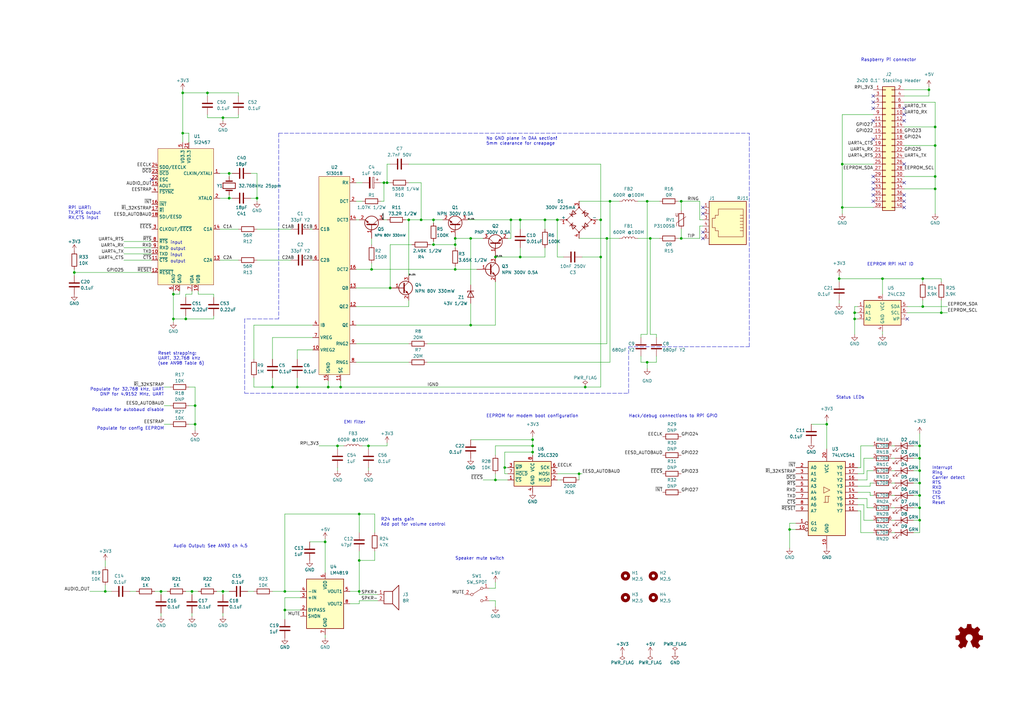
<source format=kicad_sch>
(kicad_sch (version 20211123) (generator eeschema)
  (paper "A3")
  (title_block (title "Shodytel Model 1337 Telephone Interface") (date "2022-05-09") (rev "A") (company "©2022 Adrian Studer") (comment 1 "Licensed under CERN-OHL-P-2.0") (comment 2 "github.com/astuder/ModemHAT"))
  (junction (at 377.19 203.2))
  (junction (at 377.19 213.36))
  (junction (at 76.2 130.81))
  (junction (at 378.46 125.73))
  (junction (at 151.13 182.88))
  (junction (at 177.8 90.17))
  (junction (at 30.48 111.76))
  (junction (at 134.62 158.75))
  (junction (at 203.2 105.41))
  (junction (at 218.44 180.34))
  (junction (at 361.95 114.3))
  (junction (at 213.36 90.17))
  (junction (at 91.44 48.26))
  (junction (at 80.01 173.99))
  (junction (at 207.01 191.77))
  (junction (at 147.32 229.87))
  (junction (at 93.98 81.28))
  (junction (at 266.7 97.79))
  (junction (at 186.69 97.79))
  (junction (at 121.92 158.75))
  (junction (at 350.52 130.81))
  (junction (at 138.43 182.88))
  (junction (at 105.41 81.28))
  (junction (at 350.52 128.27))
  (junction (at 116.84 250.19))
  (junction (at 345.44 67.31))
  (junction (at 265.43 82.55))
  (junction (at 160.02 118.11))
  (junction (at 386.08 128.27))
  (junction (at 85.09 38.1))
  (junction (at 377.19 182.88))
  (junction (at 193.04 97.79))
  (junction (at 158.75 74.93))
  (junction (at 78.74 242.57))
  (junction (at 116.84 242.57))
  (junction (at 339.09 173.99))
  (junction (at 43.18 242.57))
  (junction (at 377.19 187.96))
  (junction (at 213.36 105.41))
  (junction (at 167.64 90.17))
  (junction (at 279.4 82.55))
  (junction (at 250.19 82.55))
  (junction (at 246.38 105.41))
  (junction (at 186.69 110.49))
  (junction (at 345.44 85.09))
  (junction (at 228.6 90.17))
  (junction (at 246.38 90.17))
  (junction (at 203.2 196.85))
  (junction (at 377.19 193.04))
  (junction (at 248.92 97.79))
  (junction (at 147.32 242.57))
  (junction (at 240.03 158.75))
  (junction (at 186.69 100.33))
  (junction (at 383.54 77.47))
  (junction (at 74.93 38.1))
  (junction (at 323.85 217.17))
  (junction (at 377.19 208.28))
  (junction (at 66.04 242.57))
  (junction (at 383.54 59.69))
  (junction (at 133.35 222.25))
  (junction (at 139.7 158.75))
  (junction (at 193.04 133.35))
  (junction (at 71.12 120.65))
  (junction (at 381 36.83))
  (junction (at 344.17 114.3))
  (junction (at 383.54 72.39))
  (junction (at 218.44 185.42))
  (junction (at 378.46 114.3))
  (junction (at 218.44 182.88))
  (junction (at 74.93 54.61))
  (junction (at 93.98 71.12))
  (junction (at 265.43 148.59))
  (junction (at 157.48 74.93))
  (junction (at 147.32 210.82))
  (junction (at 172.72 90.17))
  (junction (at 377.19 198.12))
  (junction (at 383.54 52.07))
  (junction (at 91.44 242.57))
  (junction (at 80.01 166.37))
  (junction (at 152.4 110.49))
  (junction (at 71.12 130.81))
  (junction (at 177.8 100.33))
  (junction (at 223.52 90.17))
  (junction (at 209.55 90.17))
  (junction (at 111.76 158.75))
  (junction (at 279.4 97.79))
  (junction (at 237.49 194.31))
  (no_connect (at 62.23 73.66))
  (no_connect (at 288.29 85.09))
  (no_connect (at 288.29 87.63))
  (no_connect (at 288.29 95.25))
  (no_connect (at 288.29 97.79))
  (no_connect (at 372.11 130.81))
  (no_connect (at 358.14 49.53))
  (no_connect (at 358.14 41.91))
  (no_connect (at 358.14 39.37))
  (no_connect (at 358.14 44.45))
  (no_connect (at 358.14 57.15))
  (no_connect (at 370.84 49.53))
  (no_connect (at 370.84 46.99))
  (no_connect (at 370.84 44.45))
  (no_connect (at 370.84 67.31))
  (no_connect (at 370.84 74.93))
  (no_connect (at 358.14 77.47))
  (no_connect (at 358.14 74.93))
  (no_connect (at 358.14 72.39))
  (no_connect (at 370.84 80.01))
  (no_connect (at 370.84 82.55))
  (no_connect (at 370.84 85.09))
  (no_connect (at 358.14 82.55))
  (no_connect (at 358.14 80.01))
  (wire (pts (xy 350.52 125.73) (xy 351.79 125.73)))
  (wire (pts (xy 323.85 217.17) (xy 323.85 224.79)))
  (wire (pts (xy 279.4 82.55) (xy 287.02 82.55)))
  (wire (pts (xy 157.48 74.93) (xy 156.21 74.93)))
  (wire (pts (xy 237.49 82.55) (xy 250.19 82.55)))
  (wire (pts (xy 365.76 213.36) (xy 367.03 213.36)))
  (wire (pts (xy 186.69 110.49) (xy 195.58 110.49)))
  (wire (pts (xy 123.19 250.19) (xy 116.84 250.19)))
  (wire (pts (xy 81.28 119.38) (xy 81.28 120.65)))
  (wire (pts (xy 265.43 82.55) (xy 265.43 137.16)))
  (wire (pts (xy 354.33 213.36) (xy 358.14 213.36)))
  (wire (pts (xy 177.8 100.33) (xy 186.69 100.33)))
  (wire (pts (xy 76.2 130.81) (xy 71.12 130.81)))
  (wire (pts (xy 172.72 74.93) (xy 172.72 90.17)))
  (wire (pts (xy 386.08 128.27) (xy 386.08 123.19)))
  (wire (pts (xy 350.52 130.81) (xy 350.52 128.27)))
  (wire (pts (xy 208.28 191.77) (xy 207.01 191.77)))
  (wire (pts (xy 355.6 208.28) (xy 358.14 208.28)))
  (wire (pts (xy 80.01 166.37) (xy 80.01 173.99)))
  (wire (pts (xy 370.84 39.37) (xy 381 39.37)))
  (wire (pts (xy 365.76 208.28) (xy 367.03 208.28)))
  (wire (pts (xy 203.2 182.88) (xy 218.44 182.88)))
  (wire (pts (xy 213.36 90.17) (xy 223.52 90.17)))
  (wire (pts (xy 370.84 72.39) (xy 383.54 72.39)))
  (wire (pts (xy 351.79 191.77) (xy 353.06 191.77)))
  (wire (pts (xy 377.19 198.12) (xy 377.19 203.2)))
  (wire (pts (xy 351.79 194.31) (xy 354.33 194.31)))
  (wire (pts (xy 121.92 154.94) (xy 121.92 158.75)))
  (wire (pts (xy 116.84 245.11) (xy 116.84 250.19)))
  (wire (pts (xy 345.44 67.31) (xy 345.44 46.99)))
  (wire (pts (xy 228.6 196.85) (xy 229.87 196.85)))
  (wire (pts (xy 248.92 140.97) (xy 175.26 140.97)))
  (wire (pts (xy 246.38 67.31) (xy 246.38 90.17)))
  (wire (pts (xy 67.31 166.37) (xy 69.85 166.37)))
  (wire (pts (xy 200.66 246.38) (xy 203.2 246.38)))
  (wire (pts (xy 93.98 81.28) (xy 95.25 81.28)))
  (wire (pts (xy 250.19 82.55) (xy 250.19 148.59)))
  (wire (pts (xy 76.2 242.57) (xy 78.74 242.57)))
  (wire (pts (xy 90.17 71.12) (xy 93.98 71.12)))
  (wire (pts (xy 91.44 242.57) (xy 93.98 242.57)))
  (wire (pts (xy 50.8 101.6) (xy 62.23 101.6)))
  (wire (pts (xy 76.2 129.54) (xy 76.2 130.81)))
  (wire (pts (xy 374.65 187.96) (xy 377.19 187.96)))
  (wire (pts (xy 203.2 115.57) (xy 203.2 133.35)))
  (wire (pts (xy 246.38 105.41) (xy 246.38 158.75)))
  (wire (pts (xy 356.87 199.39) (xy 356.87 198.12)))
  (wire (pts (xy 351.79 199.39) (xy 356.87 199.39)))
  (wire (pts (xy 209.55 90.17) (xy 213.36 90.17)))
  (wire (pts (xy 350.52 128.27) (xy 350.52 125.73)))
  (wire (pts (xy 93.98 71.12) (xy 93.98 72.39)))
  (wire (pts (xy 228.6 90.17) (xy 229.87 90.17)))
  (wire (pts (xy 250.19 82.55) (xy 254 82.55)))
  (wire (pts (xy 138.43 182.88) (xy 130.81 182.88)))
  (wire (pts (xy 207.01 194.31) (xy 207.01 191.77)))
  (wire (pts (xy 228.6 194.31) (xy 237.49 194.31)))
  (wire (pts (xy 116.84 210.82) (xy 116.84 242.57)))
  (polyline (pts (xy 257.81 161.29) (xy 257.81 142.24)))
  (wire (pts (xy 355.6 196.85) (xy 355.6 193.04)))
  (wire (pts (xy 153.67 226.06) (xy 153.67 229.87)))
  (wire (pts (xy 223.52 90.17) (xy 223.52 93.98)))
  (wire (pts (xy 30.48 111.76) (xy 62.23 111.76)))
  (wire (pts (xy 386.08 114.3) (xy 378.46 114.3)))
  (wire (pts (xy 213.36 101.6) (xy 213.36 105.41)))
  (wire (pts (xy 133.35 222.25) (xy 133.35 234.95)))
  (wire (pts (xy 279.4 97.79) (xy 287.02 97.79)))
  (wire (pts (xy 377.19 213.36) (xy 377.19 218.44)))
  (wire (pts (xy 50.8 99.06) (xy 62.23 99.06)))
  (wire (pts (xy 278.13 82.55) (xy 279.4 82.55)))
  (wire (pts (xy 323.85 214.63) (xy 323.85 217.17)))
  (wire (pts (xy 354.33 187.96) (xy 358.14 187.96)))
  (wire (pts (xy 246.38 158.75) (xy 240.03 158.75)))
  (wire (pts (xy 377.19 177.8) (xy 377.19 182.88)))
  (wire (pts (xy 383.54 41.91) (xy 383.54 52.07)))
  (wire (pts (xy 269.24 137.16) (xy 269.24 138.43)))
  (wire (pts (xy 78.74 242.57) (xy 81.28 242.57)))
  (wire (pts (xy 351.79 209.55) (xy 353.06 209.55)))
  (wire (pts (xy 90.17 93.98) (xy 97.79 93.98)))
  (wire (pts (xy 104.14 147.32) (xy 104.14 133.35)))
  (wire (pts (xy 147.32 247.65) (xy 147.32 246.38)))
  (wire (pts (xy 351.79 196.85) (xy 355.6 196.85)))
  (wire (pts (xy 193.04 97.79) (xy 198.12 97.79)))
  (wire (pts (xy 121.92 143.51) (xy 128.27 143.51)))
  (wire (pts (xy 88.9 242.57) (xy 91.44 242.57)))
  (wire (pts (xy 53.34 242.57) (xy 55.88 242.57)))
  (wire (pts (xy 139.7 158.75) (xy 139.7 156.21)))
  (wire (pts (xy 151.13 182.88) (xy 151.13 184.15)))
  (wire (pts (xy 355.6 193.04) (xy 358.14 193.04)))
  (wire (pts (xy 87.63 120.65) (xy 87.63 121.92)))
  (wire (pts (xy 339.09 173.99) (xy 339.09 172.72)))
  (wire (pts (xy 146.05 74.93) (xy 148.59 74.93)))
  (wire (pts (xy 377.19 203.2) (xy 377.19 208.28)))
  (wire (pts (xy 374.65 198.12) (xy 377.19 198.12)))
  (wire (pts (xy 81.28 120.65) (xy 87.63 120.65)))
  (wire (pts (xy 365.76 187.96) (xy 367.03 187.96)))
  (wire (pts (xy 238.76 105.41) (xy 246.38 105.41)))
  (wire (pts (xy 105.41 106.68) (xy 119.38 106.68)))
  (wire (pts (xy 147.32 243.84) (xy 147.32 242.57)))
  (wire (pts (xy 147.32 242.57) (xy 143.51 242.57)))
  (wire (pts (xy 381 39.37) (xy 381 36.83)))
  (wire (pts (xy 63.5 242.57) (xy 66.04 242.57)))
  (wire (pts (xy 186.69 110.49) (xy 186.69 109.22)))
  (wire (pts (xy 237.49 97.79) (xy 248.92 97.79)))
  (wire (pts (xy 74.93 36.83) (xy 74.93 38.1)))
  (wire (pts (xy 344.17 123.19) (xy 344.17 124.46)))
  (wire (pts (xy 147.32 229.87) (xy 147.32 242.57)))
  (wire (pts (xy 207.01 191.77) (xy 207.01 185.42)))
  (wire (pts (xy 66.04 251.46) (xy 66.04 252.73)))
  (wire (pts (xy 85.09 46.99) (xy 85.09 48.26)))
  (wire (pts (xy 353.06 191.77) (xy 353.06 182.88)))
  (wire (pts (xy 365.76 193.04) (xy 367.03 193.04)))
  (wire (pts (xy 111.76 154.94) (xy 111.76 158.75)))
  (wire (pts (xy 153.67 218.44) (xy 153.67 210.82)))
  (wire (pts (xy 386.08 128.27) (xy 388.62 128.27)))
  (wire (pts (xy 146.05 82.55) (xy 148.59 82.55)))
  (wire (pts (xy 344.17 114.3) (xy 344.17 115.57)))
  (wire (pts (xy 248.92 97.79) (xy 254 97.79)))
  (wire (pts (xy 365.76 198.12) (xy 367.03 198.12)))
  (wire (pts (xy 90.17 106.68) (xy 97.79 106.68)))
  (wire (pts (xy 370.84 77.47) (xy 383.54 77.47)))
  (wire (pts (xy 345.44 87.63) (xy 345.44 85.09)))
  (wire (pts (xy 138.43 182.88) (xy 140.97 182.88)))
  (wire (pts (xy 167.64 74.93) (xy 172.72 74.93)))
  (wire (pts (xy 73.66 120.65) (xy 71.12 120.65)))
  (wire (pts (xy 85.09 48.26) (xy 91.44 48.26)))
  (wire (pts (xy 386.08 115.57) (xy 386.08 114.3)))
  (wire (pts (xy 208.28 97.79) (xy 209.55 97.79)))
  (wire (pts (xy 279.4 93.98) (xy 279.4 97.79)))
  (wire (pts (xy 266.7 97.79) (xy 266.7 137.16)))
  (wire (pts (xy 228.6 90.17) (xy 228.6 105.41)))
  (wire (pts (xy 146.05 140.97) (xy 167.64 140.97)))
  (wire (pts (xy 209.55 97.79) (xy 209.55 90.17)))
  (wire (pts (xy 240.03 158.75) (xy 139.7 158.75)))
  (polyline (pts (xy 114.3 130.81) (xy 100.33 130.81)))
  (wire (pts (xy 323.85 217.17) (xy 326.39 217.17)))
  (wire (pts (xy 203.2 196.85) (xy 208.28 196.85)))
  (wire (pts (xy 43.18 229.87) (xy 43.18 232.41)))
  (wire (pts (xy 365.76 182.88) (xy 367.03 182.88)))
  (wire (pts (xy 66.04 242.57) (xy 68.58 242.57)))
  (wire (pts (xy 177.8 90.17) (xy 181.61 90.17)))
  (wire (pts (xy 146.05 148.59) (xy 167.64 148.59)))
  (wire (pts (xy 97.79 39.37) (xy 97.79 38.1)))
  (wire (pts (xy 200.66 241.3) (xy 203.2 241.3)))
  (wire (pts (xy 116.84 242.57) (xy 123.19 242.57)))
  (wire (pts (xy 102.87 81.28) (xy 105.41 81.28)))
  (wire (pts (xy 186.69 97.79) (xy 193.04 97.79)))
  (wire (pts (xy 71.12 120.65) (xy 71.12 130.81)))
  (polyline (pts (xy 114.3 54.61) (xy 307.34 54.61)))
  (wire (pts (xy 87.63 130.81) (xy 87.63 129.54)))
  (wire (pts (xy 123.19 245.11) (xy 116.84 245.11)))
  (wire (pts (xy 151.13 182.88) (xy 158.75 182.88)))
  (wire (pts (xy 372.11 125.73) (xy 378.46 125.73)))
  (wire (pts (xy 133.35 260.35) (xy 133.35 261.62)))
  (wire (pts (xy 186.69 97.79) (xy 186.69 100.33)))
  (wire (pts (xy 121.92 158.75) (xy 111.76 158.75)))
  (wire (pts (xy 356.87 201.93) (xy 356.87 203.2)))
  (wire (pts (xy 91.44 251.46) (xy 91.44 252.73)))
  (wire (pts (xy 66.04 242.57) (xy 66.04 243.84)))
  (wire (pts (xy 177.8 100.33) (xy 177.8 99.06)))
  (wire (pts (xy 370.84 52.07) (xy 383.54 52.07)))
  (wire (pts (xy 154.94 243.84) (xy 147.32 243.84)))
  (wire (pts (xy 36.83 242.57) (xy 43.18 242.57)))
  (wire (pts (xy 213.36 90.17) (xy 213.36 93.98)))
  (wire (pts (xy 147.32 226.06) (xy 147.32 229.87)))
  (wire (pts (xy 361.95 114.3) (xy 361.95 120.65)))
  (wire (pts (xy 143.51 247.65) (xy 147.32 247.65)))
  (wire (pts (xy 223.52 101.6) (xy 223.52 105.41)))
  (wire (pts (xy 128.27 138.43) (xy 111.76 138.43)))
  (polyline (pts (xy 100.33 130.81) (xy 100.33 161.29)))
  (wire (pts (xy 116.84 250.19) (xy 116.84 254)))
  (wire (pts (xy 383.54 59.69) (xy 383.54 72.39)))
  (wire (pts (xy 345.44 67.31) (xy 358.14 67.31)))
  (wire (pts (xy 156.21 82.55) (xy 157.48 82.55)))
  (wire (pts (xy 50.8 106.68) (xy 62.23 106.68)))
  (wire (pts (xy 383.54 77.47) (xy 383.54 87.63)))
  (wire (pts (xy 97.79 48.26) (xy 97.79 46.99)))
  (wire (pts (xy 168.91 100.33) (xy 160.02 100.33)))
  (wire (pts (xy 138.43 184.15) (xy 138.43 182.88)))
  (wire (pts (xy 246.38 90.17) (xy 246.38 105.41)))
  (wire (pts (xy 127 106.68) (xy 128.27 106.68)))
  (wire (pts (xy 158.75 67.31) (xy 160.02 67.31)))
  (wire (pts (xy 160.02 100.33) (xy 160.02 118.11)))
  (wire (pts (xy 356.87 198.12) (xy 358.14 198.12)))
  (wire (pts (xy 104.14 158.75) (xy 104.14 154.94)))
  (wire (pts (xy 354.33 207.01) (xy 354.33 213.36)))
  (wire (pts (xy 365.76 218.44) (xy 367.03 218.44)))
  (wire (pts (xy 288.29 90.17) (xy 287.02 90.17)))
  (wire (pts (xy 377.19 218.44) (xy 374.65 218.44)))
  (wire (pts (xy 265.43 82.55) (xy 270.51 82.55)))
  (wire (pts (xy 105.41 93.98) (xy 119.38 93.98)))
  (wire (pts (xy 287.02 92.71) (xy 287.02 97.79)))
  (wire (pts (xy 151.13 191.77) (xy 151.13 193.04)))
  (wire (pts (xy 262.89 148.59) (xy 265.43 148.59)))
  (wire (pts (xy 147.32 210.82) (xy 147.32 218.44)))
  (wire (pts (xy 350.52 130.81) (xy 351.79 130.81)))
  (wire (pts (xy 90.17 81.28) (xy 93.98 81.28)))
  (wire (pts (xy 354.33 194.31) (xy 354.33 187.96)))
  (wire (pts (xy 147.32 246.38) (xy 154.94 246.38)))
  (wire (pts (xy 237.49 194.31) (xy 237.49 196.85)))
  (wire (pts (xy 218.44 185.42) (xy 218.44 182.88)))
  (wire (pts (xy 345.44 85.09) (xy 345.44 67.31)))
  (wire (pts (xy 74.93 38.1) (xy 74.93 54.61)))
  (wire (pts (xy 193.04 180.34) (xy 218.44 180.34)))
  (wire (pts (xy 378.46 114.3) (xy 361.95 114.3)))
  (wire (pts (xy 265.43 148.59) (xy 269.24 148.59)))
  (wire (pts (xy 127 93.98) (xy 128.27 93.98)))
  (wire (pts (xy 77.47 173.99) (xy 80.01 173.99)))
  (wire (pts (xy 153.67 210.82) (xy 147.32 210.82)))
  (wire (pts (xy 262.89 137.16) (xy 262.89 138.43)))
  (wire (pts (xy 158.75 181.61) (xy 158.75 182.88)))
  (wire (pts (xy 91.44 48.26) (xy 97.79 48.26)))
  (wire (pts (xy 377.19 193.04) (xy 377.19 198.12)))
  (wire (pts (xy 93.98 80.01) (xy 93.98 81.28)))
  (wire (pts (xy 383.54 52.07) (xy 383.54 59.69)))
  (wire (pts (xy 152.4 97.79) (xy 152.4 100.33)))
  (wire (pts (xy 152.4 107.95) (xy 152.4 110.49)))
  (wire (pts (xy 209.55 90.17) (xy 191.77 90.17)))
  (wire (pts (xy 193.04 97.79) (xy 193.04 116.84)))
  (wire (pts (xy 261.62 82.55) (xy 265.43 82.55)))
  (wire (pts (xy 365.76 203.2) (xy 367.03 203.2)))
  (wire (pts (xy 101.6 242.57) (xy 104.14 242.57)))
  (wire (pts (xy 71.12 119.38) (xy 71.12 120.65)))
  (wire (pts (xy 78.74 119.38) (xy 78.74 120.65)))
  (wire (pts (xy 146.05 133.35) (xy 193.04 133.35)))
  (wire (pts (xy 332.74 173.99) (xy 339.09 173.99)))
  (wire (pts (xy 353.06 182.88) (xy 358.14 182.88)))
  (wire (pts (xy 111.76 242.57) (xy 116.84 242.57)))
  (wire (pts (xy 78.74 251.46) (xy 78.74 252.73)))
  (wire (pts (xy 91.44 48.26) (xy 91.44 49.53)))
  (wire (pts (xy 374.65 213.36) (xy 377.19 213.36)))
  (wire (pts (xy 246.38 67.31) (xy 167.64 67.31)))
  (wire (pts (xy 104.14 133.35) (xy 128.27 133.35)))
  (wire (pts (xy 351.79 204.47) (xy 355.6 204.47)))
  (wire (pts (xy 43.18 242.57) (xy 45.72 242.57)))
  (wire (pts (xy 30.48 111.76) (xy 30.48 113.03)))
  (wire (pts (xy 167.64 123.19) (xy 167.64 125.73)))
  (wire (pts (xy 370.84 36.83) (xy 381 36.83)))
  (wire (pts (xy 176.53 100.33) (xy 177.8 100.33)))
  (wire (pts (xy 377.19 208.28) (xy 377.19 213.36)))
  (wire (pts (xy 378.46 125.73) (xy 378.46 123.19)))
  (wire (pts (xy 157.48 90.17) (xy 158.75 90.17)))
  (wire (pts (xy 207.01 185.42) (xy 218.44 185.42)))
  (wire (pts (xy 177.8 90.17) (xy 177.8 91.44)))
  (wire (pts (xy 127 222.25) (xy 133.35 222.25)))
  (wire (pts (xy 146.05 110.49) (xy 152.4 110.49)))
  (wire (pts (xy 121.92 158.75) (xy 134.62 158.75)))
  (wire (pts (xy 350.52 128.27) (xy 351.79 128.27)))
  (wire (pts (xy 80.01 158.75) (xy 80.01 166.37)))
  (wire (pts (xy 203.2 241.3) (xy 203.2 238.76)))
  (wire (pts (xy 43.18 240.03) (xy 43.18 242.57)))
  (wire (pts (xy 77.47 54.61) (xy 74.93 54.61)))
  (wire (pts (xy 345.44 46.99) (xy 358.14 46.99)))
  (wire (pts (xy 77.47 158.75) (xy 80.01 158.75)))
  (wire (pts (xy 157.48 74.93) (xy 158.75 74.93)))
  (wire (pts (xy 245.11 90.17) (xy 246.38 90.17)))
  (wire (pts (xy 361.95 135.89) (xy 361.95 137.16)))
  (wire (pts (xy 193.04 133.35) (xy 203.2 133.35)))
  (wire (pts (xy 223.52 105.41) (xy 213.36 105.41)))
  (wire (pts (xy 377.19 187.96) (xy 377.19 193.04)))
  (wire (pts (xy 91.44 242.57) (xy 91.44 243.84)))
  (wire (pts (xy 266.7 137.16) (xy 269.24 137.16)))
  (wire (pts (xy 203.2 194.31) (xy 203.2 196.85)))
  (wire (pts (xy 279.4 82.55) (xy 279.4 86.36)))
  (wire (pts (xy 50.8 104.14) (xy 62.23 104.14)))
  (wire (pts (xy 381 36.83) (xy 381 35.56)))
  (wire (pts (xy 350.52 137.16) (xy 350.52 130.81)))
  (wire (pts (xy 248.92 97.79) (xy 248.92 140.97)))
  (wire (pts (xy 76.2 121.92) (xy 76.2 120.65)))
  (wire (pts (xy 76.2 120.65) (xy 78.74 120.65)))
  (wire (pts (xy 77.47 166.37) (xy 80.01 166.37)))
  (wire (pts (xy 203.2 186.69) (xy 203.2 182.88)))
  (wire (pts (xy 193.04 124.46) (xy 193.04 133.35)))
  (wire (pts (xy 372.11 128.27) (xy 386.08 128.27)))
  (wire (pts (xy 288.29 92.71) (xy 287.02 92.71)))
  (wire (pts (xy 97.79 38.1) (xy 85.09 38.1)))
  (polyline (pts (xy 307.34 142.24) (xy 307.34 54.61)))
  (wire (pts (xy 218.44 180.34) (xy 218.44 179.07)))
  (wire (pts (xy 208.28 194.31) (xy 207.01 194.31)))
  (wire (pts (xy 378.46 125.73) (xy 388.62 125.73)))
  (wire (pts (xy 153.67 229.87) (xy 147.32 229.87)))
  (wire (pts (xy 213.36 105.41) (xy 203.2 105.41)))
  (wire (pts (xy 93.98 71.12) (xy 95.25 71.12)))
  (wire (pts (xy 228.6 105.41) (xy 231.14 105.41)))
  (wire (pts (xy 374.65 193.04) (xy 377.19 193.04)))
  (wire (pts (xy 133.35 220.98) (xy 133.35 222.25)))
  (wire (pts (xy 370.84 59.69) (xy 383.54 59.69)))
  (wire (pts (xy 370.84 41.91) (xy 383.54 41.91)))
  (wire (pts (xy 374.65 182.88) (xy 377.19 182.88)))
  (wire (pts (xy 374.65 203.2) (xy 377.19 203.2)))
  (wire (pts (xy 250.19 148.59) (xy 175.26 148.59)))
  (wire (pts (xy 157.48 82.55) (xy 157.48 74.93)))
  (wire (pts (xy 377.19 182.88) (xy 377.19 187.96)))
  (wire (pts (xy 167.64 90.17) (xy 172.72 90.17)))
  (wire (pts (xy 326.39 214.63) (xy 323.85 214.63)))
  (wire (pts (xy 146.05 125.73) (xy 167.64 125.73)))
  (wire (pts (xy 265.43 148.59) (xy 265.43 151.13)))
  (wire (pts (xy 351.79 207.01) (xy 354.33 207.01)))
  (wire (pts (xy 344.17 113.03) (xy 344.17 114.3)))
  (wire (pts (xy 198.12 196.85) (xy 203.2 196.85)))
  (wire (pts (xy 374.65 208.28) (xy 377.19 208.28)))
  (wire (pts (xy 158.75 74.93) (xy 158.75 67.31)))
  (wire (pts (xy 378.46 114.3) (xy 378.46 115.57)))
  (wire (pts (xy 265.43 137.16) (xy 262.89 137.16)))
  (wire (pts (xy 261.62 97.79) (xy 266.7 97.79)))
  (wire (pts (xy 30.48 110.49) (xy 30.48 111.76)))
  (wire (pts (xy 218.44 182.88) (xy 218.44 180.34)))
  (wire (pts (xy 85.09 38.1) (xy 85.09 39.37)))
  (wire (pts (xy 356.87 203.2) (xy 358.14 203.2)))
  (wire (pts (xy 339.09 184.15) (xy 339.09 173.99)))
  (wire (pts (xy 172.72 90.17) (xy 177.8 90.17)))
  (wire (pts (xy 287.02 90.17) (xy 287.02 82.55)))
  (wire (pts (xy 203.2 246.38) (xy 203.2 248.92)))
  (wire (pts (xy 279.4 97.79) (xy 278.13 97.79)))
  (wire (pts (xy 138.43 191.77) (xy 138.43 193.04)))
  (wire (pts (xy 139.7 158.75) (xy 134.62 158.75)))
  (wire (pts (xy 74.93 38.1) (xy 85.09 38.1)))
  (wire (pts (xy 102.87 71.12) (xy 105.41 71.12)))
  (wire (pts (xy 121.92 147.32) (xy 121.92 143.51)))
  (polyline (pts (xy 114.3 54.61) (xy 114.3 130.81)))
  (wire (pts (xy 111.76 138.43) (xy 111.76 147.32)))
  (wire (pts (xy 105.41 71.12) (xy 105.41 81.28)))
  (wire (pts (xy 73.66 119.38) (xy 73.66 120.65)))
  (polyline (pts (xy 257.81 142.24) (xy 307.34 142.24)))
  (wire (pts (xy 146.05 90.17) (xy 147.32 90.17)))
  (wire (pts (xy 77.47 58.42) (xy 77.47 54.61)))
  (wire (pts (xy 105.41 81.28) (xy 105.41 82.55)))
  (wire (pts (xy 148.59 182.88) (xy 151.13 182.88)))
  (wire (pts (xy 218.44 186.69) (xy 218.44 185.42)))
  (wire (pts (xy 167.64 90.17) (xy 167.64 113.03)))
  (polyline (pts (xy 100.33 161.29) (xy 257.81 161.29)))
  (wire (pts (xy 383.54 72.39) (xy 383.54 77.47)))
  (wire (pts (xy 355.6 204.47) (xy 355.6 208.28)))
  (wire (pts (xy 111.76 158.75) (xy 104.14 158.75)))
  (wire (pts (xy 186.69 100.33) (xy 186.69 101.6)))
  (wire (pts (xy 134.62 158.75) (xy 134.62 156.21)))
  (wire (pts (xy 345.44 85.09) (xy 358.14 85.09)))
  (wire (pts (xy 67.31 158.75) (xy 69.85 158.75)))
  (wire (pts (xy 223.52 90.17) (xy 228.6 90.17)))
  (wire (pts (xy 351.79 201.93) (xy 356.87 201.93)))
  (wire (pts (xy 269.24 148.59) (xy 269.24 146.05)))
  (wire (pts (xy 78.74 242.57) (xy 78.74 243.84)))
  (wire (pts (xy 67.31 173.99) (xy 69.85 173.99)))
  (wire (pts (xy 237.49 194.31) (xy 238.76 194.31)))
  (wire (pts (xy 353.06 209.55) (xy 353.06 218.44)))
  (wire (pts (xy 266.7 97.79) (xy 270.51 97.79)))
  (wire (pts (xy 80.01 173.99) (xy 80.01 176.53)))
  (wire (pts (xy 158.75 74.93) (xy 160.02 74.93)))
  (wire (pts (xy 166.37 90.17) (xy 167.64 90.17)))
  (wire (pts (xy 76.2 130.81) (xy 87.63 130.81)))
  (wire (pts (xy 71.12 130.81) (xy 71.12 132.08)))
  (wire (pts (xy 353.06 218.44) (xy 358.14 218.44)))
  (wire (pts (xy 74.93 54.61) (xy 74.93 58.42)))
  (wire (pts (xy 152.4 110.49) (xy 186.69 110.49)))
  (wire (pts (xy 116.84 210.82) (xy 147.32 210.82)))
  (wire (pts (xy 146.05 118.11) (xy 160.02 118.11)))
  (wire (pts (xy 361.95 114.3) (xy 344.17 114.3)))
  (wire (pts (xy 262.89 146.05) (xy 262.89 148.59)))
  (text "Audio Output: See AN93 ch 4.5" (at 71.12 224.79 0) (effects (font (size 1.27 1.27)) (justify left bottom)))
  (text "Reset strapping:\nUART, 32.768 kHz\n(see AN98 Table 6)" (at 64.77 149.86 0) (effects (font (size 1.27 1.27)) (justify left bottom)))
  (text "EEPROM for modem boot configuration " (at 199.39 171.45 0) (effects (font (size 1.27 1.27)) (justify left bottom)))
  (text "output" (at 69.85 107.95 0) (effects (font (size 1.27 1.27)) (justify left bottom)))
  (text "output" (at 69.85 102.87 0) (effects (font (size 1.27 1.27)) (justify left bottom)))
  (text "Populate for autobaud disable" (at 67.31 168.91 180) (effects (font (size 1.27 1.27)) (justify right bottom)))
  (text "EMI filter" (at 140.97 173.99 0) (effects (font (size 1.27 1.27)) (justify left bottom)))
  (text "Interrupt\nRing\nCarrier detect\nRTS\nRXD\nTXD\nCTS\nReset" (at 382.27 207.01 0) (effects (font (size 1.27 1.27)) (justify left bottom)))
  (text "EEPROM RPi HAT ID" (at 355.6 109.22 0) (effects (font (size 1.27 1.27)) (justify left bottom)))
  (text "Status LEDs" (at 342.9 163.83 0) (effects (font (size 1.27 1.27)) (justify left bottom)))
  (text "Populate for 32.768 kHz, UART\nDNP for 4.9152 MHz, UART" (at 67.31 162.56 0) (effects (font (size 1.27 1.27)) (justify right bottom)))
  (text "Speaker mute switch" (at 186.69 229.87 0) (effects (font (size 1.27 1.27)) (justify left bottom)))
  (text "No GND plane in DAA section!\n5mm clearance for creapage" (at 199.39 59.69 0) (effects (font (size 1.27 1.27)) (justify left bottom)))
  (text "Hack/debug connections to RPi GPIO" (at 257.81 171.45 0) (effects (font (size 1.27 1.27)) (justify left bottom)))
  (text "Populate for config EEPROM" (at 67.31 176.53 180) (effects (font (size 1.27 1.27)) (justify right bottom)))
  (text "Raspberry Pi connector" (at 353.06 25.4 0) (effects (font (size 1.27 1.27)) (justify left bottom)))
  (text "R24 sets gain\nAdd pot for volume control" (at 156.21 215.9 0) (effects (font (size 1.27 1.27)) (justify left bottom)))
  (text "input" (at 69.85 105.41 0) (effects (font (size 1.27 1.27)) (justify left bottom)))
  (text "input" (at 69.85 100.33 0) (effects (font (size 1.27 1.27)) (justify left bottom)))
  (text "RPi UART:\nTX,RTS output\nRX,CTS input\n" (at 27.94 90.17 0) (effects (font (size 1.27 1.27)) (justify left bottom)))
  (label "EESD_AUTOBAUD" (at 62.23 88.9 180))
  (label "C1AB" (at 115.57 93.98 0))
  (label "~{RI}_32KSTRAP" (at 326.39 194.31 180))
  (label "TXD" (at 326.39 204.47 180))
  (label "~{RTS}" (at 62.23 99.06 180))
  (label "SPKR-" (at 154.94 246.38 180))
  (label "~{DCD}" (at 62.23 71.12 180))
  (label "~{RESET}" (at 326.39 209.55 180))
  (label "EEPROM_SDA" (at 388.62 125.73 0))
  (label "GPIO27" (at 279.4 201.93 0))
  (label "AUDIO_OUT" (at 62.23 76.2 180))
  (label "EECLK" (at 271.78 179.07 180))
  (label "GPIO24" (at 370.84 57.15 0))
  (label "C1B" (at 128.27 93.98 180))
  (label "RPI_3V3" (at 358.14 36.83 180))
  (label "TXD" (at 62.23 104.14 180))
  (label "AUDIO_OUT" (at 36.83 242.57 180))
  (label "EESD_AUTOBAUD" (at 67.31 166.37 180))
  (label "MUTE" (at 123.19 252.73 180))
  (label "SPKR+" (at 154.94 243.84 180))
  (label "EEPROM_SCL" (at 370.84 69.85 0))
  (label "~{RESET}" (at 62.23 111.76 180))
  (label "Q1_COL" (at 191.77 90.17 0) (effects (font (size 0.5 0.5))))
  (label "EEPROM_SCL" (at 388.62 128.27 0))
  (label "UART0_TX" (at 370.84 44.45 0))
  (label "UART4_CTS" (at 358.14 59.69 180))
  (label "IGND" (at 175.26 158.75 0))
  (label "~{DCD}" (at 326.39 196.85 180))
  (label "EESTRAP" (at 62.23 78.74 180))
  (label "GPIO23" (at 279.4 194.31 0))
  (label "RING" (at 281.94 82.55 0))
  (label "~{INT}" (at 62.23 83.82 180))
  (label "RPI_3V3" (at 130.81 182.88 180))
  (label "UART4_RX" (at 50.8 101.6 180))
  (label "UART4_TX" (at 50.8 104.14 180))
  (label "C2B" (at 128.27 106.68 180))
  (label "GPIO24" (at 279.4 179.07 0))
  (label "Q5_COL" (at 157.48 90.17 90) (effects (font (size 0.5 0.5))))
  (label "C1A" (at 91.44 93.98 0))
  (label "GPIO25" (at 50.8 111.76 180))
  (label "~{RI}_32KSTRAP" (at 67.31 158.75 180))
  (label "GPIO23" (at 370.84 54.61 0))
  (label "~{RTS}" (at 326.39 199.39 180))
  (label "EESD_AUTOBAUD" (at 238.76 194.31 0))
  (label "EESD_AUTOBAUD" (at 271.78 186.69 180))
  (label "UART0_RX" (at 370.84 46.99 0))
  (label "~{EECS}" (at 198.12 196.85 180))
  (label "~{INT}" (at 271.78 201.93 180))
  (label "~{RI}_32KSTRAP" (at 62.23 86.36 180))
  (label "~{CTS}" (at 326.39 207.01 180))
  (label "EECLK" (at 228.6 191.77 0))
  (label "~{INT}" (at 326.39 191.77 180))
  (label "~{CTS}" (at 62.23 106.68 180))
  (label "Q3_COL" (at 203.2 105.41 0) (effects (font (size 0.5 0.5))))
  (label "UART4_CTS" (at 50.8 106.68 180))
  (label "RXD" (at 326.39 201.93 180))
  (label "RXD" (at 62.23 101.6 180))
  (label "UART4_RTS" (at 50.8 99.06 180))
  (label "C2AB" (at 115.57 106.68 0))
  (label "EESTRAP" (at 67.31 173.99 180))
  (label "UART4_RX" (at 358.14 62.23 180))
  (label "GPIO27" (at 358.14 52.07 180))
  (label "GPIO22" (at 358.14 54.61 180))
  (label "UART4_RTS" (at 358.14 64.77 180))
  (label "C2A" (at 91.44 106.68 0))
  (label "GPIO22" (at 279.4 186.69 0))
  (label "EEPROM_SDA" (at 358.14 69.85 180))
  (label "~{EECS}" (at 271.78 194.31 180))
  (label "~{EECS}" (at 62.23 93.98 180))
  (label "MUTE" (at 190.5 243.84 180))
  (label "TIP" (at 281.94 97.79 0))
  (label "EECLK" (at 62.23 68.58 180))
  (label "UART4_TX" (at 370.84 64.77 0))
  (label "GPIO25" (at 370.84 62.23 0))
  (label "Q4_COL" (at 167.64 113.03 0) (effects (font (size 0.5 0.5))))
  (symbol (lib_id "power:+3V3") (at 30.48 102.87 0) (unit 1)
    (property "Reference" "#PWR025" (effects hide))
    (property "Value" "+3V3" (at 30.48 99.06 0))
  )
  (symbol (lib_id "Device:LED") (at 370.84 208.28 0) (unit 1)
    (property "Reference" "D7" (at 370.84 205.74 0))
    (property "Value" "GRN" (at 374.65 207.01 0))
    (property "Footprint" "LED_SMD:LED_0805_2012Metric" (effects hide))
  )
  (symbol (lib_id "power:GND") (at 138.43 193.04 0) (unit 1)
    (property "Reference" "#PWR0113" (effects hide))
    (property "Value" "GND" (at 138.43 196.85 0))
  )
  (symbol (lib_id "power:+3V3") (at 43.18 229.87 0) (unit 1)
    (property "Reference" "#PWR010" (effects hide))
    (property "Value" "+3V3" (at 43.18 226.06 0))
  )
  (symbol (lib_id "power:GND") (at 127 229.87 0) (unit 1)
    (property "Reference" "#PWR09" (effects hide))
    (property "Value" "GND" (at 127 233.68 0))
  )
  (symbol (lib_id "Device:C") (at 116.84 257.81 180) (unit 1)
    (property "Reference" "C19" (at 110.49 256.54 0) (effects (justify right)))
    (property "Value" "1uF" (at 110.49 259.08 0) (effects (justify right)))
    (property "Footprint" "Capacitor_SMD:C_0603_1608Metric" (effects hide))
  )
  (symbol (lib_id "Device:C") (at 85.09 43.18 180) (unit 1)
    (property "Reference" "C50" (at 88.9 41.9099 0) (effects (justify right)))
    (property "Value" "0.1uF" (at 88.9 44.4499 0) (effects (justify right)))
    (property "Footprint" "Capacitor_SMD:C_0603_1608Metric" (effects hide))
  )
  (symbol (lib_id "Device:C") (at 234.95 105.41 270) (mirror x) (unit 1)
    (property "Reference" "C3" (at 234.95 111.76 90))
    (property "Value" "10nF 250V" (at 234.95 109.22 90))
    (property "Footprint" "Capacitor_SMD:C_0805_2012Metric" (effects hide))
    (property "MPN" "GRM21BR72E103KW03L" (effects hide))
  )
  (symbol (lib_id "Device:R") (at 152.4 104.14 0) (unit 1)
    (property "Reference" "R2" (at 153.67 102.87 0) (effects (justify left)))
    (property "Value" "150R" (at 153.67 105.41 0) (effects (justify left)))
    (property "Footprint" "Resistor_SMD:R_0603_1608Metric" (effects hide))
  )
  (symbol (lib_id "Device:L") (at 257.81 97.79 90) (unit 1)
    (property "Reference" "FB1" (at 257.81 92.71 90))
    (property "Value" "600R @100M" (at 257.81 95.25 90))
    (property "Footprint" "Inductor_SMD:L_0603_1608Metric" (effects hide))
    (property "MPN" "BLM18AG601SN1D" (effects hide))
  )
  (symbol (lib_id "Mechanical:MountingHole") (at 256.54 236.22 0) (unit 1) (in_bom no)
    (property "Reference" "H1" (at 259.08 234.9499 0) (effects (justify left)))
    (property "Value" "M2.5" (at 259.08 237.4899 0) (effects (justify left)))
    (property "Footprint" "MountingHole:MountingHole_2.7mm_M2.5" (effects hide))
  )
  (symbol (lib_id "Device:LED") (at 370.84 182.88 0) (unit 1)
    (property "Reference" "D2" (at 370.84 180.34 0))
    (property "Value" "GRN" (at 374.65 181.61 0))
    (property "Footprint" "LED_SMD:LED_0805_2012Metric" (effects hide))
  )
  (symbol (lib_id "power:PWR_FLAG") (at 240.03 158.75 0) (unit 1)
    (property "Reference" "#FLG0101" (effects hide))
    (property "Value" "PWR_FLAG" (at 240.03 154.94 0))
  )
  (symbol (lib_id "Device:R") (at 85.09 242.57 90) (unit 1)
    (property "Reference" "R22" (at 85.09 237.49 90))
    (property "Value" "1K" (at 85.09 240.03 90))
    (property "Footprint" "Resistor_SMD:R_0603_1608Metric" (effects hide))
  )
  (symbol (lib_id "power:GND") (at 361.95 137.16 0) (unit 1)
    (property "Reference" "#PWR021" (effects hide))
    (property "Value" "GND" (at 361.95 140.97 0))
  )
  (symbol (lib_id "Mechanical:MountingHole") (at 256.54 245.11 0) (unit 1) (in_bom no)
    (property "Reference" "H3" (at 259.08 243.8399 0) (effects (justify left)))
    (property "Value" "M2.5" (at 259.08 246.3799 0) (effects (justify left)))
    (property "Footprint" "MountingHole:MountingHole_2.7mm_M2.5" (effects hide))
  )
  (symbol (lib_id "Device:C") (at 262.89 142.24 0) (mirror y) (unit 1)
    (property "Reference" "C9" (at 260.35 140.97 0) (effects (justify left)))
    (property "Value" "680pF Y2" (at 260.35 143.51 0) (effects (justify left)))
    (property "Footprint" "ModemHAT:C_1808_4520Metric" (effects hide))
    (property "MPN" "502R29W681KV3E-****-SC" (effects hide))
  )
  (symbol (lib_id "power:GND") (at 332.74 181.61 0) (unit 1)
    (property "Reference" "#PWR07" (effects hide))
    (property "Value" "GND" (at 332.74 185.42 0))
  )
  (symbol (lib_id "Device:C") (at 91.44 247.65 180) (unit 1)
    (property "Reference" "C18" (at 93.98 246.38 0) (effects (justify right)))
    (property "Value" "0.1uF" (at 93.98 248.92 0) (effects (justify right)))
    (property "Footprint" "Capacitor_SMD:C_0603_1608Metric" (effects hide))
  )
  (symbol (lib_id "power:GND") (at 265.43 151.13 0) (unit 1)
    (property "Reference" "#PWR0101" (effects hide))
    (property "Value" "GND" (at 265.43 156.21 0))
  )
  (symbol (lib_id "Device:R") (at 186.69 105.41 0) (unit 1)
    (property "Reference" "R3" (at 187.96 104.14 0) (effects (justify left)))
    (property "Value" "3.65K 1/2W" (at 187.96 106.68 0) (effects (justify left)))
    (property "Footprint" "Resistor_SMD:R_1210_3225Metric" (effects hide))
  )
  (symbol (lib_id "Device:LED") (at 370.84 213.36 0) (unit 1)
    (property "Reference" "D8" (at 370.84 210.82 0))
    (property "Value" "GRN" (at 374.65 212.09 0))
    (property "Footprint" "LED_SMD:LED_0805_2012Metric" (effects hide))
  )
  (symbol (lib_id "power:+5V") (at 381 35.56 0) (unit 1)
    (property "Reference" "#PWR02" (effects hide))
    (property "Value" "+5V" (at 381 30.48 0))
  )
  (symbol (lib_id "power:+5V") (at 203.2 238.76 0) (unit 1)
    (property "Reference" "#PWR0112" (effects hide))
    (property "Value" "+5V" (at 203.2 234.95 0))
  )
  (symbol (lib_id "power:GND") (at 218.44 201.93 0) (unit 1)
    (property "Reference" "#PWR024" (effects hide))
    (property "Value" "GND" (at 218.44 205.74 0))
  )
  (symbol (lib_id "Device:L") (at 257.81 82.55 90) (unit 1)
    (property "Reference" "FB2" (at 257.81 77.47 90))
    (property "Value" "600R @100M" (at 257.81 80.01 90))
    (property "Footprint" "Inductor_SMD:L_0603_1608Metric" (effects hide))
    (property "MPN" "BLM18AG601SN1D" (effects hide))
  )
  (symbol (lib_id "power:GND") (at 276.86 267.97 0) (unit 1)
    (property "Reference" "#PWR017" (effects hide))
    (property "Value" "GND" (at 276.86 271.78 0))
  )
  (symbol (lib_id "Device:R") (at 171.45 148.59 270) (unit 1)
    (property "Reference" "R7" (at 171.45 143.51 90))
    (property "Value" "20M" (at 171.45 146.05 90))
    (property "Footprint" "Resistor_SMD:R_1206_3216Metric" (effects hide))
  )
  (symbol (lib_id "Device:Varistor") (at 279.4 90.17 0) (mirror x) (unit 1)
    (property "Reference" "RV1" (at 276.86 90.17 0) (effects (justify right)))
    (property "Value" "P3100SB" (at 276.86 92.71 0) (effects (justify right)))
    (property "Footprint" "Diode_SMD:D_SMB" (effects hide))
    (property "MPN" "P3100SBLRP" (effects hide))
  )
  (symbol (lib_id "Device:C") (at 99.06 81.28 90) (mirror x) (unit 1)
    (property "Reference" "C41" (at 99.06 87.63 90))
    (property "Value" "18pF" (at 99.06 85.09 90))
    (property "Footprint" "Capacitor_SMD:C_0603_1608Metric" (effects hide))
  )
  (symbol (lib_id "Device:Q_NPN_BEC") (at 165.1 118.11 0) (unit 1)
    (property "Reference" "Q4" (at 170.18 116.8399 0) (effects (justify left)))
    (property "Value" "NPN 80V 330mW" (at 170.18 119.3799 0) (effects (justify left)))
    (property "Footprint" "Package_TO_SOT_SMD:SOT-323_SC-70" (effects hide))
    (property "MPN" "MMBTA06" (effects hide))
  )
  (symbol (lib_id "Device:R") (at 43.18 236.22 180) (unit 1)
    (property "Reference" "R19" (at 39.37 234.95 0))
    (property "Value" "10K" (at 39.37 237.49 0))
    (property "Footprint" "Resistor_SMD:R_0603_1608Metric" (effects hide))
  )
  (symbol (lib_id "Device:R") (at 386.08 119.38 0) (mirror y) (unit 1)
    (property "Reference" "R25" (at 389.89 118.11 0))
    (property "Value" "3.9K" (at 389.89 120.65 0))
    (property "Footprint" "Resistor_SMD:R_0603_1608Metric" (effects hide))
  )
  (symbol (lib_id "power:GND") (at 151.13 193.04 0) (unit 1)
    (property "Reference" "#PWR0114" (effects hide))
    (property "Value" "GND" (at 151.13 196.85 0))
  )
  (symbol (lib_id "Device:C") (at 87.63 125.73 0) (unit 1)
    (property "Reference" "C53" (at 90.17 124.46 0) (effects (justify left)))
    (property "Value" "0.22uF" (at 90.17 127 0) (effects (justify left)))
    (property "Footprint" "Capacitor_SMD:C_0603_1608Metric" (effects hide))
  )
  (symbol (lib_id "power:+3V3") (at 377.19 177.8 0) (unit 1)
    (property "Reference" "#PWR0108" (effects hide))
    (property "Value" "+3V3" (at 377.19 172.72 0))
  )
  (symbol (lib_id "Device:LED") (at 370.84 187.96 0) (unit 1)
    (property "Reference" "D3" (at 370.84 185.42 0))
    (property "Value" "GRN" (at 374.65 186.69 0))
    (property "Footprint" "LED_SMD:LED_0805_2012Metric" (effects hide))
  )
  (symbol (lib_id "Device:C") (at 138.43 187.96 180) (unit 1)
    (property "Reference" "C54" (at 142.24 186.6899 0) (effects (justify right)))
    (property "Value" "1uF" (at 142.24 189.2299 0) (effects (justify right)))
    (property "Footprint" "Capacitor_SMD:C_0603_1608Metric" (effects hide))
  )
  (symbol (lib_id "Connector:RJ12") (at 298.45 90.17 180) (unit 1)
    (property "Reference" "J1" (at 290.83 81.28 0) (effects (justify right)))
    (property "Value" "RJ11" (at 302.26 81.28 0) (effects (justify right)))
    (property "Footprint" "Connector_RJ:RJ12_Amphenol_54601" (effects hide))
    (property "MPN" "54601-906001WPLF" (effects hide))
  )
  (symbol (lib_id "power:GND") (at 30.48 120.65 0) (unit 1)
    (property "Reference" "#PWR0110" (effects hide))
    (property "Value" "GND" (at 30.48 124.46 0))
  )
  (symbol (lib_id "power:+3V3") (at 255.27 267.97 0) (unit 1)
    (property "Reference" "#PWR08" (effects hide))
    (property "Value" "+3V3" (at 255.27 264.16 0))
  )
  (symbol (lib_id "Device:C") (at 99.06 71.12 90) (unit 1)
    (property "Reference" "C40" (at 99.06 64.77 90))
    (property "Value" "18pF" (at 99.06 67.31 90))
    (property "Footprint" "Capacitor_SMD:C_0603_1608Metric" (effects hide))
  )
  (symbol (lib_id "Graphic:Logo_Open_Hardware_Small") (at 397.51 261.62 0) (unit 1) (in_bom no)
    (property "Reference" "#LOGO1" (effects hide))
    (property "Value" "Logo_Open_Hardware_Small" (effects hide))
    (property "Footprint" "Symbol:OSHW-Logo2_7.3x6mm_SilkScreen" (effects hide))
  )
  (symbol (lib_id "Device:R") (at 153.67 222.25 0) (mirror y) (unit 1)
    (property "Reference" "R24" (at 157.48 220.98 0))
    (property "Value" "47K" (at 157.48 223.52 0))
    (property "Footprint" "Resistor_SMD:R_0603_1608Metric" (effects hide))
  )
  (symbol (lib_id "Device:R") (at 275.59 194.31 270) (mirror x) (unit 1)
    (property "Reference" "R31" (at 275.59 189.23 90))
    (property "Value" "DNP" (at 275.59 191.77 90))
    (property "Footprint" "Resistor_SMD:R_0603_1608Metric" (effects hide))
  )
  (symbol (lib_id "Device:R") (at 223.52 97.79 180) (unit 1)
    (property "Reference" "R6" (at 224.79 96.52 0) (effects (justify right)))
    (property "Value" "100K" (at 224.79 99.06 0) (effects (justify right)))
    (property "Footprint" "Resistor_SMD:R_0603_1608Metric" (effects hide))
  )
  (symbol (lib_id "Device:C") (at 97.79 43.18 180) (unit 1)
    (property "Reference" "C52" (at 101.6 41.9099 0) (effects (justify right)))
    (property "Value" "0.1uF" (at 101.6 44.4499 0) (effects (justify right)))
    (property "Footprint" "Capacitor_SMD:C_0603_1608Metric" (effects hide))
  )
  (symbol (lib_id "power:PWR_FLAG") (at 255.27 267.97 180) (unit 1)
    (property "Reference" "#FLG01" (effects hide))
    (property "Value" "PWR_FLAG" (at 255.27 271.78 0))
  )
  (symbol (lib_id "Device:R") (at 162.56 90.17 270) (unit 1)
    (property "Reference" "R11" (at 162.56 85.09 90))
    (property "Value" "73.2R 1/2W" (at 165.1 87.63 90))
    (property "Footprint" "Resistor_SMD:R_2010_5025Metric" (effects hide))
  )
  (symbol (lib_id "Device:R") (at 73.66 158.75 90) (unit 1)
    (property "Reference" "R17" (at 73.66 153.67 90))
    (property "Value" "10K" (at 73.66 156.21 90))
    (property "Footprint" "Resistor_SMD:R_0603_1608Metric" (effects hide))
  )
  (symbol (lib_id "power:GND") (at 80.01 176.53 0) (unit 1)
    (property "Reference" "#PWR06" (effects hide))
    (property "Value" "GND" (at 80.01 180.34 0))
  )
  (symbol (lib_id "Device:R_Pack04_Split") (at 361.95 208.28 270) (mirror x) (unit 2)
    (property "Reference" "RN2" (at 361.95 210.82 90))
    (property "Value" "470R" (at 361.95 208.28 90))
    (property "Footprint" "Resistor_SMD:R_Array_Concave_4x0603" (effects hide))
  )
  (symbol (lib_id "Device:C_Polarized") (at 152.4 74.93 270) (unit 1)
    (property "Reference" "C4" (at 152.4 68.58 90))
    (property "Value" "1uF 50V" (at 152.4 71.12 90))
    (property "Footprint" "Capacitor_SMD:CP_Elec_4x5.4" (effects hide))
  )
  (symbol (lib_id "Device:R_Pack04_Split") (at 361.95 203.2 270) (mirror x) (unit 1)
    (property "Reference" "RN2" (at 361.95 205.74 90))
    (property "Value" "470R" (at 361.95 203.2 90))
    (property "Footprint" "Resistor_SMD:R_Array_Concave_4x0603" (effects hide))
  )
  (symbol (lib_id "Device:LED") (at 370.84 198.12 0) (unit 1)
    (property "Reference" "D5" (at 370.84 195.58 0))
    (property "Value" "GRN" (at 374.65 196.85 0))
    (property "Footprint" "LED_SMD:LED_0805_2012Metric" (effects hide))
  )
  (symbol (lib_id "Device:Crystal") (at 93.98 76.2 90) (unit 1)
    (property "Reference" "Y1" (at 88.9 76.2 90) (effects (justify right)))
    (property "Value" "32.768kHz 25ppm" (at 97.79 76.2 90) (effects (justify right)))
    (property "Footprint" "Crystal:Crystal_SMD_3215-2Pin_3.2x1.5mm" (effects hide))
    (property "MPN" "ECS-.327-12.5-34B-TR" (effects hide))
  )
  (symbol (lib_id "power:GND") (at 350.52 137.16 0) (unit 1)
    (property "Reference" "#PWR020" (effects hide))
    (property "Value" "GND" (at 350.52 140.97 0))
  )
  (symbol (lib_id "power:GND") (at 193.04 187.96 0) (unit 1)
    (property "Reference" "#PWR023" (effects hide))
    (property "Value" "GND" (at 193.04 191.77 0))
  )
  (symbol (lib_id "Device:Speaker") (at 160.02 243.84 0) (unit 1)
    (property "Reference" "J3" (at 165.1 243.8399 0) (effects (justify left)))
    (property "Value" "8R" (at 165.1 246.3799 0) (effects (justify left)))
    (property "Footprint" "Connector_JST:JST_PH_B2B-PH-K_1x02_P2.00mm_Vertical" (effects hide))
  )
  (symbol (lib_id "power:GND") (at 203.2 248.92 0) (unit 1)
    (property "Reference" "#PWR0111" (effects hide))
    (property "Value" "GND" (at 203.2 252.73 0))
  )
  (symbol (lib_id "Device:D_Bridge_+-AA") (at 237.49 90.17 0) (mirror y) (unit 1)
    (property "Reference" "D1" (at 229.87 82.55 0))
    (property "Value" "300V 225mA" (at 229.87 85.09 0))
    (property "Footprint" "ModemHAT:TO-269AA-R" (effects hide))
    (property "MPN" "MB4S-TP" (effects hide))
  )
  (symbol (lib_id "Mechanical:MountingHole") (at 267.97 245.11 0) (unit 1) (in_bom no)
    (property "Reference" "H4" (at 270.51 243.8399 0) (effects (justify left)))
    (property "Value" "M2.5" (at 270.51 246.3799 0) (effects (justify left)))
    (property "Footprint" "MountingHole:MountingHole_2.7mm_M2.5" (effects hide))
  )
  (symbol (lib_id "Device:R") (at 274.32 97.79 90) (mirror x) (unit 1)
    (property "Reference" "R15" (at 274.32 102.87 90))
    (property "Value" "0R" (at 274.32 100.33 90))
    (property "Footprint" "Resistor_SMD:R_0603_1608Metric" (effects hide))
  )
  (symbol (lib_id "Device:R") (at 274.32 82.55 90) (unit 1)
    (property "Reference" "R16" (at 274.32 77.47 90))
    (property "Value" "0R" (at 274.32 80.01 90))
    (property "Footprint" "Resistor_SMD:R_0603_1608Metric" (effects hide))
  )
  (symbol (lib_id "ModemHAT:Si2457-D-FT") (at 76.2 90.17 0) (unit 1)
    (property "Reference" "U1" (at 79.4894 55.88 0) (effects (justify left)))
    (property "Value" "Si2457" (at 79.4894 58.42 0) (effects (justify left)))
    (property "Footprint" "Package_SO:TSSOP-24_4.4x7.8mm_P0.65mm" (effects hide))
    (property "MPN" "Si2457-D-FT" (effects hide))
  )
  (symbol (lib_id "Device:R") (at 107.95 242.57 90) (unit 1)
    (property "Reference" "R23" (at 107.95 237.49 90))
    (property "Value" "10K" (at 107.95 240.03 90))
    (property "Footprint" "Resistor_SMD:R_0603_1608Metric" (effects hide))
  )
  (symbol (lib_id "Device:C") (at 111.76 151.13 0) (unit 1)
    (property "Reference" "C5" (at 114.3 149.86 0) (effects (justify left)))
    (property "Value" "0.1uF" (at 114.3 152.4 0) (effects (justify left)))
    (property "Footprint" "Capacitor_SMD:C_0603_1608Metric" (effects hide))
  )
  (symbol (lib_id "Device:C") (at 123.19 106.68 90) (unit 1)
    (property "Reference" "C2" (at 123.19 100.33 90))
    (property "Value" "33pF Y2" (at 123.19 102.87 90))
    (property "Footprint" "ModemHAT:C_1808_4520Metric" (effects hide))
    (property "MPN" "SCC1808N330J502TG" (effects hide))
  )
  (symbol (lib_id "Device:R") (at 171.45 140.97 270) (unit 1)
    (property "Reference" "R8" (at 171.45 135.89 90))
    (property "Value" "20M" (at 171.45 138.43 90))
    (property "Footprint" "Resistor_SMD:R_1206_3216Metric" (effects hide))
  )
  (symbol (lib_id "Device:R") (at 233.68 196.85 90) (mirror x) (unit 1)
    (property "Reference" "R26" (at 233.68 201.93 90))
    (property "Value" "200R" (at 233.68 199.39 90))
    (property "Footprint" "Resistor_SMD:R_0603_1608Metric" (effects hide))
  )
  (symbol (lib_id "Device:R") (at 104.14 151.13 0) (unit 1)
    (property "Reference" "R9" (at 105.41 149.86 0) (effects (justify left)))
    (property "Value" "1M" (at 105.41 152.4 0) (effects (justify left)))
    (property "Footprint" "Resistor_SMD:R_0603_1608Metric" (effects hide))
  )
  (symbol (lib_id "Device:C") (at 30.48 116.84 180) (unit 1)
    (property "Reference" "C20" (at 33.02 115.57 0) (effects (justify right)))
    (property "Value" "0.1uF" (at 33.02 118.11 0) (effects (justify right)))
    (property "Footprint" "Capacitor_SMD:C_0603_1608Metric" (effects hide))
  )
  (symbol (lib_id "power:GND") (at 133.35 261.62 0) (unit 1)
    (property "Reference" "#PWR015" (effects hide))
    (property "Value" "GND" (at 133.35 265.43 0))
  )
  (symbol (lib_id "power:GND") (at 66.04 252.73 0) (unit 1)
    (property "Reference" "#PWR011" (effects hide))
    (property "Value" "GND" (at 66.04 256.54 0))
  )
  (symbol (lib_id "Device:R") (at 101.6 106.68 270) (mirror x) (unit 1)
    (property "Reference" "R13" (at 101.6 111.76 90))
    (property "Value" "56R" (at 101.6 109.22 90))
    (property "Footprint" "Resistor_SMD:R_0603_1608Metric" (effects hide))
  )
  (symbol (lib_id "Device:C") (at 123.19 93.98 90) (unit 1)
    (property "Reference" "C1" (at 123.19 87.63 90))
    (property "Value" "33pF Y2" (at 123.19 90.17 90))
    (property "Footprint" "ModemHAT:C_1808_4520Metric" (effects hide))
    (property "MPN" "SCC1808N330J502TG" (effects hide))
  )
  (symbol (lib_id "power:PWR_FLAG") (at 266.7 267.97 180) (unit 1)
    (property "Reference" "#FLG02" (effects hide))
    (property "Value" "PWR_FLAG" (at 266.7 271.78 0))
  )
  (symbol (lib_id "Switch:SW_SPDT") (at 195.58 243.84 0) (unit 1)
    (property "Reference" "SW1" (at 195.58 236.22 0))
    (property "Value" "SW_SPDT" (at 195.58 238.76 0))
    (property "Footprint" "Button_Switch_SMD:SW_SPDT_CK-JS102011SAQN" (effects hide))
    (property "MPN" "JS102011SAQN" (effects hide))
  )
  (symbol (lib_id "power:PWR_FLAG") (at 276.86 267.97 0) (unit 1)
    (property "Reference" "#FLG03" (effects hide))
    (property "Value" "PWR_FLAG" (at 276.86 264.16 0))
  )
  (symbol (lib_id "Device:R") (at 163.83 74.93 270) (mirror x) (unit 1)
    (property "Reference" "R10" (at 163.83 80.01 90))
    (property "Value" "536R 1/4W" (at 166.37 77.47 90))
    (property "Footprint" "Resistor_SMD:R_1206_3216Metric" (effects hide))
  )
  (symbol (lib_id "ModemHAT:LM4819") (at 133.35 247.65 0) (unit 1)
    (property "Reference" "U4" (at 135.3694 232.41 0) (effects (justify left)))
    (property "Value" "LM4819" (at 135.3694 234.95 0) (effects (justify left)))
    (property "Footprint" "Package_SO:SOIC-8_3.9x4.9mm_P1.27mm" (effects hide))
    (property "Datasheet" "http://www.ti.com/lit/ds/symlink/lm4819.pdf" (effects hide))
    (property "MPN" "LM4819MX/NOPB" (effects hide))
  )
  (symbol (lib_id "Device:R_Pack04_Split") (at 361.95 198.12 270) (mirror x) (unit 4)
    (property "Reference" "RN1" (at 361.95 195.58 90))
    (property "Value" "470R" (at 361.95 198.12 90))
    (property "Footprint" "Resistor_SMD:R_Array_Concave_4x0603" (effects hide))
  )
  (symbol (lib_id "Device:R") (at 73.66 173.99 90) (unit 1)
    (property "Reference" "R27" (at 73.66 168.91 90))
    (property "Value" "10K" (at 73.66 171.45 90))
    (property "Footprint" "Resistor_SMD:R_0603_1608Metric" (effects hide))
  )
  (symbol (lib_id "power:+3V3") (at 339.09 172.72 0) (unit 1)
    (property "Reference" "#PWR0106" (effects hide))
    (property "Value" "+3V3" (at 339.09 167.64 0))
  )
  (symbol (lib_id "Device:Q_NPN_BEC") (at 200.66 110.49 0) (unit 1)
    (property "Reference" "Q3" (at 205.74 109.2199 0) (effects (justify left)))
    (property "Value" "NPN 300V 0.5A" (at 205.74 111.7599 0) (effects (justify left)))
    (property "Footprint" "Package_TO_SOT_SMD:SOT-23" (effects hide))
    (property "MPN" "MMBTA42" (effects hide))
  )
  (symbol (lib_id "Device:R") (at 275.59 201.93 270) (mirror x) (unit 1)
    (property "Reference" "R32" (at 275.59 196.85 90))
    (property "Value" "DNP" (at 275.59 199.39 90))
    (property "Footprint" "Resistor_SMD:R_0603_1608Metric" (effects hide))
  )
  (symbol (lib_id "Device:R_Pack04_Split") (at 361.95 182.88 270) (mirror x) (unit 1)
    (property "Reference" "RN1" (at 361.95 180.34 90))
    (property "Value" "470R" (at 361.95 182.88 90))
    (property "Footprint" "Resistor_SMD:R_Array_Concave_4x0603" (effects hide))
  )
  (symbol (lib_id "ModemHAT:Si3018-F-GS") (at 137.16 113.03 0) (unit 1)
    (property "Reference" "U2" (at 137.16 68.58 0))
    (property "Value" "Si3018" (at 137.16 71.12 0))
    (property "Footprint" "Package_SO:SOIC-16_3.9x9.9mm_P1.27mm" (effects hide))
    (property "MPN" "Si3018-F-GS" (effects hide))
  )
  (symbol (lib_id "Device:Q_PNP_BEC") (at 203.2 100.33 90) (unit 1)
    (property "Reference" "Q2" (at 203.2 92.71 90))
    (property "Value" "PNP 300V 0.5A" (at 201.93 95.25 90))
    (property "Footprint" "Package_TO_SOT_SMD:SOT-23" (effects hide))
    (property "MPN" "MMBTA92" (effects hide))
  )
  (symbol (lib_id "power:+5V") (at 266.7 267.97 0) (unit 1)
    (property "Reference" "#PWR016" (effects hide))
    (property "Value" "+5V" (at 266.7 264.16 0))
  )
  (symbol (lib_id "Mechanical:MountingHole") (at 267.97 236.22 0) (unit 1) (in_bom no)
    (property "Reference" "H2" (at 270.51 234.9499 0) (effects (justify left)))
    (property "Value" "M2.5" (at 270.51 237.4899 0) (effects (justify left)))
    (property "Footprint" "MountingHole:MountingHole_2.7mm_M2.5" (effects hide))
  )
  (symbol (lib_id "Device:C") (at 344.17 119.38 0) (unit 1)
    (property "Reference" "C21" (at 337.82 118.11 0) (effects (justify left)))
    (property "Value" "0.1uF" (at 335.28 120.65 0) (effects (justify left)))
    (property "Footprint" "Capacitor_SMD:C_0603_1608Metric" (effects hide))
  )
  (symbol (lib_id "Device:R") (at 275.59 179.07 270) (mirror x) (unit 1)
    (property "Reference" "R29" (at 275.59 173.99 90))
    (property "Value" "DNP" (at 275.59 176.53 90))
    (property "Footprint" "Resistor_SMD:R_0603_1608Metric" (effects hide))
  )
  (symbol (lib_id "Device:Q_NPN_BEC") (at 186.69 92.71 270) (mirror x) (unit 1)
    (property "Reference" "Q1" (at 186.69 85.09 90))
    (property "Value" "NPN 300V 0.5A" (at 186.69 87.63 90))
    (property "Footprint" "Package_TO_SOT_SMD:SOT-23" (effects hide))
    (property "MPN" "MMBTA42" (effects hide))
  )
  (symbol (lib_id "power:+3V3") (at 158.75 181.61 0) (unit 1)
    (property "Reference" "#PWR05" (effects hide))
    (property "Value" "+3V3" (at 158.75 177.8 0))
  )
  (symbol (lib_id "Device:C") (at 78.74 247.65 180) (unit 1)
    (property "Reference" "C17" (at 81.28 246.38 0) (effects (justify right)))
    (property "Value" "0.1uF" (at 81.28 248.92 0) (effects (justify right)))
    (property "Footprint" "Capacitor_SMD:C_0603_1608Metric" (effects hide))
  )
  (symbol (lib_id "power:GND") (at 105.41 82.55 0) (unit 1)
    (property "Reference" "#PWR0103" (effects hide))
    (property "Value" "GND" (at 105.41 86.36 0))
  )
  (symbol (lib_id "power:GND") (at 71.12 132.08 0) (unit 1)
    (property "Reference" "#PWR0102" (effects hide))
    (property "Value" "GND" (at 71.12 135.89 0))
  )
  (symbol (lib_id "power:GND") (at 91.44 252.73 0) (unit 1)
    (property "Reference" "#PWR013" (effects hide))
    (property "Value" "GND" (at 91.44 256.54 0))
  )
  (symbol (lib_id "Device:C") (at 332.74 177.8 0) (unit 1)
    (property "Reference" "C11" (at 326.39 176.53 0) (effects (justify left)))
    (property "Value" "0.1uF" (at 323.85 179.07 0) (effects (justify left)))
    (property "Footprint" "Capacitor_SMD:C_0603_1608Metric" (effects hide))
  )
  (symbol (lib_id "Device:C") (at 163.83 67.31 270) (unit 1)
    (property "Reference" "C7" (at 163.83 60.96 90))
    (property "Value" "2.7nF 50V" (at 163.83 63.5 90))
    (property "Footprint" "Capacitor_SMD:C_0603_1608Metric" (effects hide))
  )
  (symbol (lib_id "Device:R_Pack04_Split") (at 361.95 218.44 270) (mirror x) (unit 4)
    (property "Reference" "RN2" (at 361.95 220.98 90))
    (property "Value" "470R" (at 361.95 218.44 90))
    (property "Footprint" "Resistor_SMD:R_Array_Concave_4x0603" (effects hide))
  )
  (symbol (lib_id "Device:R") (at 177.8 95.25 0) (unit 1)
    (property "Reference" "R5" (at 179.07 93.98 0) (effects (justify left)))
    (property "Value" "100K" (at 179.07 96.52 0) (effects (justify left)))
    (property "Footprint" "Resistor_SMD:R_0603_1608Metric" (effects hide))
  )
  (symbol (lib_id "Device:R") (at 378.46 119.38 0) (mirror y) (unit 1)
    (property "Reference" "R14" (at 382.27 118.11 0))
    (property "Value" "3.9K" (at 382.27 120.65 0))
    (property "Footprint" "Resistor_SMD:R_0603_1608Metric" (effects hide))
  )
  (symbol (lib_id "power:GND") (at 383.54 87.63 0) (unit 1)
    (property "Reference" "#PWR04" (effects hide))
    (property "Value" "GND" (at 383.54 91.44 0))
  )
  (symbol (lib_id "power:GND") (at 345.44 87.63 0) (unit 1)
    (property "Reference" "#PWR03" (effects hide))
    (property "Value" "GND" (at 345.44 91.44 0))
  )
  (symbol (lib_id "power:+3V3") (at 74.93 36.83 0) (unit 1)
    (property "Reference" "#PWR0115" (effects hide))
    (property "Value" "+3V3" (at 74.93 33.02 0))
  )
  (symbol (lib_id "Device:R") (at 59.69 242.57 90) (unit 1)
    (property "Reference" "R20" (at 59.69 237.49 90))
    (property "Value" "1K" (at 59.69 240.03 90))
    (property "Footprint" "Resistor_SMD:R_0603_1608Metric" (effects hide))
  )
  (symbol (lib_id "Device:R") (at 72.39 242.57 90) (unit 1)
    (property "Reference" "R21" (at 72.39 237.49 90))
    (property "Value" "1K" (at 72.39 240.03 90))
    (property "Footprint" "Resistor_SMD:R_0603_1608Metric" (effects hide))
  )
  (symbol (lib_id "Device:R") (at 172.72 100.33 270) (mirror x) (unit 1)
    (property "Reference" "R4" (at 172.72 105.41 90))
    (property "Value" "2.49K 1/2W" (at 175.26 102.87 90))
    (property "Footprint" "Resistor_SMD:R_1206_3216Metric" (effects hide))
  )
  (symbol (lib_id "Device:C") (at 127 226.06 180) (unit 1)
    (property "Reference" "C13" (at 120.65 224.79 0) (effects (justify right)))
    (property "Value" "1uF" (at 120.65 227.33 0) (effects (justify right)))
    (property "Footprint" "Capacitor_SMD:C_0603_1608Metric" (effects hide))
  )
  (symbol (lib_id "Device:C") (at 269.24 142.24 0) (unit 1)
    (property "Reference" "C8" (at 271.78 140.97 0) (effects (justify left)))
    (property "Value" "680pF Y2" (at 271.78 143.51 0) (effects (justify left)))
    (property "Footprint" "ModemHAT:C_1808_4520Metric" (effects hide))
    (property "MPN" "502R29W681KV3E-****-SC" (effects hide))
  )
  (symbol (lib_id "power:GND") (at 339.09 224.79 0) (unit 1)
    (property "Reference" "#PWR0105" (effects hide))
    (property "Value" "GND" (at 339.09 228.6 0))
  )
  (symbol (lib_id "Device:R_Pack04_Split") (at 361.95 213.36 270) (mirror x) (unit 3)
    (property "Reference" "RN2" (at 361.95 215.9 90))
    (property "Value" "470R" (at 361.95 213.36 90))
    (property "Footprint" "Resistor_SMD:R_Array_Concave_4x0603" (effects hide))
  )
  (symbol (lib_id "Device:D_Zener") (at 193.04 120.65 90) (mirror x) (unit 1)
    (property "Reference" "Z1" (at 190.5 121.92 90) (effects (justify left)))
    (property "Value" "43V 1/2W" (at 191.77 124.46 90) (effects (justify left)))
    (property "Footprint" "Diode_SMD:D_SOD-123" (effects hide))
    (property "MPN" "MMSZ5260BT1G" (effects hide))
  )
  (symbol (lib_id "power:GND") (at 323.85 224.79 0) (unit 1)
    (property "Reference" "#PWR0107" (effects hide))
    (property "Value" "GND" (at 323.85 228.6 0))
  )
  (symbol (lib_id "Device:C") (at 193.04 184.15 0) (unit 1)
    (property "Reference" "C22" (at 186.69 182.88 0) (effects (justify left)))
    (property "Value" "0.1uF" (at 184.15 185.42 0) (effects (justify left)))
    (property "Footprint" "Capacitor_SMD:C_0603_1608Metric" (effects hide))
  )
  (symbol (lib_id "power:+5V") (at 133.35 220.98 0) (unit 1)
    (property "Reference" "#PWR0109" (effects hide))
    (property "Value" "+5V" (at 133.35 217.17 0))
  )
  (symbol (lib_id "Device:C") (at 76.2 125.73 0) (unit 1)
    (property "Reference" "C51" (at 78.74 124.46 0) (effects (justify left)))
    (property "Value" "0.22uF" (at 78.74 127 0) (effects (justify left)))
    (property "Footprint" "Capacitor_SMD:C_0603_1608Metric" (effects hide))
  )
  (symbol (lib_id "power:GND") (at 78.74 252.73 0) (unit 1)
    (property "Reference" "#PWR012" (effects hide))
    (property "Value" "GND" (at 78.74 256.54 0))
  )
  (symbol (lib_id "Device:Q_NPN_BEC") (at 152.4 92.71 270) (mirror x) (unit 1)
    (property "Reference" "Q5" (at 156.21 93.98 90))
    (property "Value" "NPN 80V 330mW" (at 160.02 96.52 90) (effects (font (size 1 1))))
    (property "Footprint" "Package_TO_SOT_SMD:SOT-323_SC-70" (effects hide))
    (property "MPN" "MMBTA06" (effects hide))
  )
  (symbol (lib_id "Device:C") (at 97.79 242.57 270) (unit 1)
    (property "Reference" "C15" (at 99.06 236.22 90) (effects (justify right)))
    (property "Value" "0.1uF" (at 100.33 238.76 90) (effects (justify right)))
    (property "Footprint" "Capacitor_SMD:C_0603_1608Metric" (effects hide))
  )
  (symbol (lib_id "Device:C") (at 121.92 151.13 0) (unit 1)
    (property "Reference" "C6" (at 124.46 149.86 0) (effects (justify left)))
    (property "Value" "0.1uF" (at 124.46 152.4 0) (effects (justify left)))
    (property "Footprint" "Capacitor_SMD:C_0603_1608Metric" (effects hide))
  )
  (symbol (lib_id "Device:LED") (at 370.84 218.44 0) (unit 1)
    (property "Reference" "D9" (at 370.84 215.9 0))
    (property "Value" "GRN" (at 374.65 217.17 0))
    (property "Footprint" "LED_SMD:LED_0805_2012Metric" (effects hide))
  )
  (symbol (lib_id "Connector_Generic:Conn_02x20_Odd_Even") (at 363.22 59.69 0) (unit 1)
    (property "Reference" "J2" (at 364.49 30.48 0))
    (property "Value" "2x20 0.1\" Stacking Header" (at 364.49 33.02 0))
    (property "Footprint" "ModemHAT:Raspberry_Pi_Stacking_Header" (effects hide))
  )
  (symbol (lib_id "Device:R_Pack04_Split") (at 361.95 193.04 270) (mirror x) (unit 3)
    (property "Reference" "RN1" (at 361.95 190.5 90))
    (property "Value" "470R" (at 361.95 193.04 90))
    (property "Footprint" "Resistor_SMD:R_Array_Concave_4x0603" (effects hide))
  )
  (symbol (lib_id "Device:R_Pack04_Split") (at 361.95 187.96 270) (mirror x) (unit 2)
    (property "Reference" "RN1" (at 361.95 185.42 90))
    (property "Value" "470R" (at 361.95 187.96 90))
    (property "Footprint" "Resistor_SMD:R_Array_Concave_4x0603" (effects hide))
  )
  (symbol (lib_id "Device:LED") (at 370.84 203.2 0) (unit 1)
    (property "Reference" "D6" (at 370.84 200.66 0))
    (property "Value" "GRN" (at 374.65 201.93 0))
    (property "Footprint" "LED_SMD:LED_0805_2012Metric" (effects hide))
  )
  (symbol (lib_id "Device:C") (at 147.32 222.25 0) (unit 1)
    (property "Reference" "C12" (at 140.97 220.98 0) (effects (justify left)))
    (property "Value" "47pF" (at 139.7 223.52 0) (effects (justify left)))
    (property "Footprint" "Capacitor_SMD:C_0603_1608Metric" (effects hide))
  )
  (symbol (lib_id "Device:R") (at 73.66 166.37 90) (unit 1)
    (property "Reference" "R18" (at 73.66 161.29 90))
    (property "Value" "DNP" (at 73.66 163.83 90))
    (property "Footprint" "Resistor_SMD:R_0603_1608Metric" (effects hide))
  )
  (symbol (lib_id "power:GND") (at 116.84 261.62 0) (unit 1)
    (property "Reference" "#PWR014" (effects hide))
    (property "Value" "GND" (at 116.84 265.43 0))
  )
  (symbol (lib_id "Device:R") (at 203.2 190.5 180) (unit 1)
    (property "Reference" "R28" (at 199.39 189.23 0))
    (property "Value" "10K" (at 199.39 191.77 0))
    (property "Footprint" "Resistor_SMD:R_0603_1608Metric" (effects hide))
  )
  (symbol (lib_id "Device:R") (at 101.6 93.98 270) (mirror x) (unit 1)
    (property "Reference" "R12" (at 101.6 99.06 90))
    (property "Value" "56R" (at 101.6 96.52 90))
    (property "Footprint" "Resistor_SMD:R_0603_1608Metric" (effects hide))
  )
  (symbol (lib_id "Device:LED") (at 370.84 193.04 0) (unit 1)
    (property "Reference" "D4" (at 370.84 190.5 0))
    (property "Value" "GRN" (at 374.65 191.77 0))
    (property "Footprint" "LED_SMD:LED_0805_2012Metric" (effects hide))
  )
  (symbol (lib_id "power:+3V3") (at 218.44 179.07 0) (unit 1)
    (property "Reference" "#PWR022" (effects hide))
    (property "Value" "+3V3" (at 218.44 173.99 0))
  )
  (symbol (lib_id "Device:L") (at 144.78 182.88 90) (unit 1)
    (property "Reference" "FB3" (at 144.78 177.8 90))
    (property "Value" "600R @100M" (at 144.78 180.34 90))
    (property "Footprint" "Inductor_SMD:L_0603_1608Metric" (effects hide))
    (property "MPN" "BLM18AG601SN1D" (effects hide))
  )
  (symbol (lib_id "Device:C") (at 151.13 187.96 180) (unit 1)
    (property "Reference" "C56" (at 154.94 186.6899 0) (effects (justify right)))
    (property "Value" "0.1uF" (at 154.94 189.2299 0) (effects (justify right)))
    (property "Footprint" "Capacitor_SMD:C_0603_1608Metric" (effects hide))
  )
  (symbol (lib_id "power:GND") (at 91.44 49.53 0) (unit 1)
    (property "Reference" "#PWR0104" (effects hide))
    (property "Value" "GND" (at 91.44 53.34 0))
  )
  (symbol (lib_id "Device:C") (at 66.04 247.65 180) (unit 1)
    (property "Reference" "C16" (at 68.58 246.38 0) (effects (justify right)))
    (property "Value" "0.1uF" (at 68.58 248.92 0) (effects (justify right)))
    (property "Footprint" "Capacitor_SMD:C_0603_1608Metric" (effects hide))
  )
  (symbol (lib_id "74xx:74HCT541") (at 339.09 204.47 0) (unit 1)
    (property "Reference" "U3" (at 341.1094 184.15 0) (effects (justify left)))
    (property "Value" "74LVC541" (at 341.1094 186.69 0) (effects (justify left)))
    (property "Footprint" "Package_DFN_QFN:WQFN-20-1EP_2.5x4.5mm_P0.5mm_EP1x2.9mm" (effects hide))
    (property "Datasheet" "http://www.ti.com/lit/gpn/sn74HCT541" (effects hide))
    (property "MPN" "74LVC541ABQ,115" (effects hide))
  )
  (symbol (lib_id "Device:R") (at 30.48 106.68 0) (mirror y) (unit 1)
    (property "Reference" "R33" (at 34.29 105.41 0))
    (property "Value" "10K" (at 34.29 107.95 0))
    (property "Footprint" "Resistor_SMD:R_0603_1608Metric" (effects hide))
  )
  (symbol (lib_id "Device:C") (at 213.36 97.79 180) (unit 1)
    (property "Reference" "C10" (at 215.9 96.52 0) (effects (justify right)))
    (property "Value" "0.01uF" (at 215.9 99.06 0) (effects (justify right)))
    (property "Footprint" "Capacitor_SMD:C_0603_1608Metric" (effects hide))
  )
  (symbol (lib_id "power:+3V3") (at 344.17 113.03 0) (unit 1)
    (property "Reference" "#PWR018" (effects hide))
    (property "Value" "+3V3" (at 344.17 107.95 0))
  )
  (symbol (lib_id "Memory_EEPROM:25LCxxx") (at 218.44 194.31 0) (unit 1)
    (property "Reference" "U6" (at 220.4594 184.15 0) (effects (justify left)))
    (property "Value" "25LC320" (at 220.4594 186.69 0) (effects (justify left)))
    (property "Footprint" "Package_SO:TSSOP-8_4.4x3mm_P0.65mm" (effects hide))
    (property "Datasheet" "http://ww1.microchip.com/downloads/en/DeviceDoc/21832H.pdf" (effects hide))
    (property "MPN" "25LC320AT-I/ST" (effects hide))
  )
  (symbol (lib_id "Memory_EEPROM:24LC32") (at 361.95 128.27 0) (unit 1)
    (property "Reference" "U5" (at 363.9694 118.11 0) (effects (justify left)))
    (property "Value" "24LC32" (at 363.9694 120.65 0) (effects (justify left)))
    (property "Footprint" "Package_SO:TSSOP-8_4.4x3mm_P0.65mm" (effects hide))
    (property "Datasheet" "http://ww1.microchip.com/downloads/en/DeviceDoc/21072G.pdf" (effects hide))
    (property "MPN" "CAT24C32YI-GT3" (effects hide))
  )
  (symbol (lib_id "Device:R") (at 275.59 186.69 270) (mirror x) (unit 1)
    (property "Reference" "R30" (at 275.59 181.61 90))
    (property "Value" "DNP" (at 275.59 184.15 90))
    (property "Footprint" "Resistor_SMD:R_0603_1608Metric" (effects hide))
  )
  (symbol (lib_id "power:GND") (at 344.17 124.46 0) (unit 1)
    (property "Reference" "#PWR019" (effects hide))
    (property "Value" "GND" (at 344.17 128.27 0))
  )
  (symbol (lib_id "Device:R") (at 152.4 82.55 270) (mirror x) (unit 1)
    (property "Reference" "R1" (at 152.4 80.01 90))
    (property "Value" "1.07K 1/2W" (at 152.4 85.09 90))
    (property "Footprint" "Resistor_SMD:R_2010_5025Metric" (effects hide))
  )
  (symbol (lib_id "Device:C") (at 49.53 242.57 270) (unit 1)
    (property "Reference" "C14" (at 50.8 236.22 90) (effects (justify right)))
    (property "Value" "0.1uF" (at 52.07 238.76 90) (effects (justify right)))
    (property "Footprint" "Capacitor_SMD:C_0603_1608Metric" (effects hide))
  )
)
</source>
